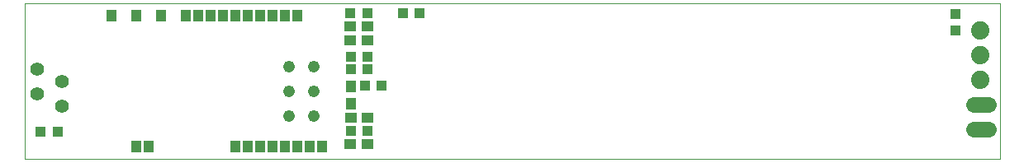
<source format=gts>
G75*
G70*
%OFA0B0*%
%FSLAX24Y24*%
%IPPOS*%
%LPD*%
%AMOC8*
5,1,8,0,0,1.08239X$1,22.5*
%
%ADD10C,0.0000*%
%ADD11R,0.0434X0.0512*%
%ADD12C,0.0476*%
%ADD13R,0.0430X0.0440*%
%ADD14C,0.0560*%
%ADD15R,0.0440X0.0430*%
%ADD16C,0.0640*%
%ADD17R,0.0473X0.0434*%
%ADD18R,0.0434X0.0473*%
%ADD19C,0.0740*%
D10*
X003649Y000907D02*
X043019Y000907D01*
X043019Y007206D01*
X003649Y007206D01*
X003649Y000907D01*
D11*
X008169Y001425D03*
X008669Y001425D03*
X012169Y001425D03*
X012669Y001425D03*
X013169Y001425D03*
X013669Y001425D03*
X014169Y001425D03*
X014669Y001425D03*
X015169Y001425D03*
X015669Y001425D03*
X014669Y006725D03*
X014169Y006725D03*
X013669Y006725D03*
X013169Y006725D03*
X012669Y006725D03*
X012169Y006725D03*
X011669Y006725D03*
X011169Y006725D03*
X010669Y006725D03*
X010169Y006725D03*
X009169Y006725D03*
X008169Y006725D03*
X007169Y006725D03*
D12*
X014319Y004647D03*
X015319Y004647D03*
X015319Y003647D03*
X014319Y003647D03*
X014319Y002647D03*
X015319Y002647D03*
D13*
X016830Y002057D03*
X017499Y002057D03*
X017382Y003869D03*
X018052Y003869D03*
X017499Y004552D03*
X016830Y004552D03*
X016826Y005042D03*
X017495Y005042D03*
X017483Y006807D03*
X016814Y006807D03*
X018941Y006820D03*
X019610Y006820D03*
X004983Y002007D03*
X004314Y002007D03*
D14*
X005149Y003057D03*
X004149Y003557D03*
X005149Y004057D03*
X004149Y004557D03*
D15*
X041229Y006117D03*
X041229Y006786D03*
D16*
X041952Y003107D02*
X042552Y003107D01*
X042552Y002107D02*
X041952Y002107D01*
D17*
X017491Y002598D03*
X016822Y002598D03*
X016814Y001507D03*
X017483Y001507D03*
X017483Y005707D03*
X016814Y005707D03*
X016814Y006286D03*
X017483Y006286D03*
D18*
X016819Y003833D03*
X016819Y003164D03*
D19*
X042247Y004108D03*
X042247Y005108D03*
X042247Y006108D03*
M02*

</source>
